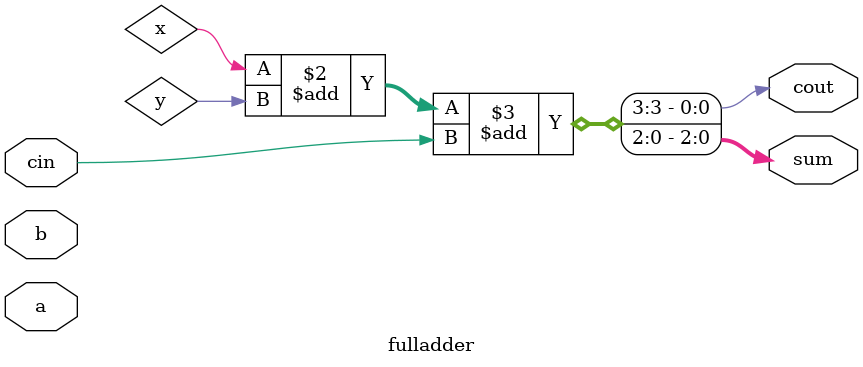
<source format=sv>
`timescale 1ns/1ns

module fulladder (output reg [2:0] sum,output reg cout,input [2:0] a,input [2:0] b,input cin);  
                   
                     
   always @ (a or b) begin  
          {cout, sum} = x + y + cin;  

  end  
endmodule  
</source>
